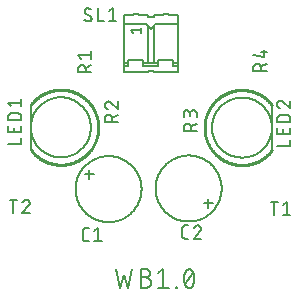
<source format=gbr>
G04 EAGLE Gerber RS-274X export*
G75*
%MOMM*%
%FSLAX34Y34*%
%LPD*%
%INSilkscreen Top*%
%IPPOS*%
%AMOC8*
5,1,8,0,0,1.08239X$1,22.5*%
G01*
%ADD10C,0.203200*%
%ADD11C,0.152400*%
%ADD12C,0.254000*%
%ADD13C,0.127000*%


D10*
X97536Y24384D02*
X101036Y8636D01*
X104535Y19135D01*
X108035Y8636D01*
X111534Y24384D01*
X118651Y17385D02*
X123025Y17385D01*
X123025Y17384D02*
X123156Y17382D01*
X123287Y17376D01*
X123417Y17366D01*
X123547Y17353D01*
X123677Y17335D01*
X123806Y17314D01*
X123934Y17288D01*
X124062Y17259D01*
X124189Y17226D01*
X124314Y17190D01*
X124439Y17149D01*
X124562Y17105D01*
X124684Y17057D01*
X124804Y17006D01*
X124923Y16951D01*
X125040Y16892D01*
X125155Y16830D01*
X125268Y16765D01*
X125380Y16696D01*
X125489Y16624D01*
X125596Y16549D01*
X125701Y16470D01*
X125803Y16389D01*
X125903Y16304D01*
X126000Y16216D01*
X126095Y16126D01*
X126187Y16033D01*
X126276Y15937D01*
X126362Y15838D01*
X126445Y15737D01*
X126525Y15634D01*
X126602Y15528D01*
X126675Y15420D01*
X126746Y15309D01*
X126813Y15197D01*
X126877Y15083D01*
X126937Y14967D01*
X126994Y14849D01*
X127047Y14729D01*
X127097Y14608D01*
X127143Y14485D01*
X127185Y14362D01*
X127223Y14237D01*
X127258Y14110D01*
X127289Y13983D01*
X127317Y13855D01*
X127340Y13727D01*
X127359Y13597D01*
X127375Y13467D01*
X127387Y13337D01*
X127395Y13206D01*
X127399Y13075D01*
X127399Y12945D01*
X127395Y12814D01*
X127387Y12683D01*
X127375Y12553D01*
X127359Y12423D01*
X127340Y12293D01*
X127317Y12165D01*
X127289Y12037D01*
X127258Y11910D01*
X127223Y11783D01*
X127185Y11658D01*
X127143Y11535D01*
X127097Y11412D01*
X127047Y11291D01*
X126994Y11171D01*
X126937Y11053D01*
X126877Y10937D01*
X126813Y10823D01*
X126746Y10711D01*
X126675Y10600D01*
X126602Y10492D01*
X126525Y10386D01*
X126445Y10283D01*
X126362Y10182D01*
X126276Y10083D01*
X126187Y9987D01*
X126095Y9894D01*
X126000Y9804D01*
X125903Y9716D01*
X125803Y9631D01*
X125701Y9550D01*
X125596Y9471D01*
X125489Y9396D01*
X125380Y9324D01*
X125268Y9255D01*
X125155Y9190D01*
X125040Y9128D01*
X124923Y9069D01*
X124804Y9014D01*
X124684Y8963D01*
X124562Y8915D01*
X124439Y8871D01*
X124314Y8830D01*
X124189Y8794D01*
X124062Y8761D01*
X123934Y8732D01*
X123806Y8706D01*
X123677Y8685D01*
X123547Y8667D01*
X123417Y8654D01*
X123287Y8644D01*
X123156Y8638D01*
X123025Y8636D01*
X118651Y8636D01*
X118651Y24384D01*
X123025Y24384D01*
X123143Y24382D01*
X123261Y24376D01*
X123379Y24366D01*
X123496Y24352D01*
X123613Y24334D01*
X123730Y24312D01*
X123845Y24287D01*
X123959Y24257D01*
X124073Y24223D01*
X124185Y24186D01*
X124296Y24145D01*
X124405Y24100D01*
X124513Y24052D01*
X124619Y24000D01*
X124724Y23944D01*
X124826Y23885D01*
X124926Y23823D01*
X125024Y23757D01*
X125120Y23688D01*
X125214Y23615D01*
X125305Y23540D01*
X125393Y23461D01*
X125479Y23380D01*
X125562Y23295D01*
X125642Y23208D01*
X125719Y23119D01*
X125793Y23026D01*
X125863Y22932D01*
X125931Y22835D01*
X125995Y22735D01*
X126056Y22634D01*
X126113Y22531D01*
X126167Y22425D01*
X126218Y22318D01*
X126264Y22210D01*
X126307Y22100D01*
X126346Y21988D01*
X126382Y21875D01*
X126413Y21761D01*
X126441Y21646D01*
X126465Y21531D01*
X126485Y21414D01*
X126501Y21297D01*
X126513Y21179D01*
X126521Y21061D01*
X126525Y20943D01*
X126525Y20825D01*
X126521Y20707D01*
X126513Y20589D01*
X126501Y20471D01*
X126485Y20354D01*
X126465Y20237D01*
X126441Y20122D01*
X126413Y20007D01*
X126382Y19893D01*
X126346Y19780D01*
X126307Y19668D01*
X126264Y19558D01*
X126218Y19450D01*
X126167Y19343D01*
X126113Y19237D01*
X126056Y19134D01*
X125995Y19033D01*
X125931Y18933D01*
X125863Y18836D01*
X125793Y18742D01*
X125719Y18649D01*
X125642Y18560D01*
X125562Y18473D01*
X125479Y18388D01*
X125393Y18307D01*
X125305Y18228D01*
X125214Y18153D01*
X125120Y18080D01*
X125024Y18011D01*
X124926Y17945D01*
X124826Y17883D01*
X124724Y17824D01*
X124619Y17768D01*
X124513Y17716D01*
X124405Y17668D01*
X124296Y17623D01*
X124185Y17582D01*
X124073Y17545D01*
X123959Y17511D01*
X123845Y17481D01*
X123730Y17456D01*
X123613Y17434D01*
X123496Y17416D01*
X123379Y17402D01*
X123261Y17392D01*
X123143Y17386D01*
X123025Y17384D01*
X133507Y20884D02*
X137882Y24384D01*
X137882Y8636D01*
X142256Y8636D02*
X133507Y8636D01*
X148386Y8636D02*
X148386Y9511D01*
X149261Y9511D01*
X149261Y8636D01*
X148386Y8636D01*
X155391Y16510D02*
X155395Y16820D01*
X155406Y17129D01*
X155424Y17439D01*
X155450Y17747D01*
X155483Y18055D01*
X155524Y18363D01*
X155572Y18669D01*
X155627Y18974D01*
X155689Y19277D01*
X155759Y19579D01*
X155836Y19879D01*
X155920Y20177D01*
X156011Y20473D01*
X156109Y20767D01*
X156214Y21059D01*
X156326Y21348D01*
X156445Y21634D01*
X156571Y21917D01*
X156703Y22197D01*
X156741Y22302D01*
X156783Y22405D01*
X156828Y22507D01*
X156876Y22608D01*
X156928Y22706D01*
X156984Y22803D01*
X157042Y22898D01*
X157104Y22991D01*
X157169Y23081D01*
X157238Y23169D01*
X157309Y23255D01*
X157383Y23339D01*
X157460Y23419D01*
X157539Y23498D01*
X157622Y23573D01*
X157707Y23645D01*
X157794Y23715D01*
X157884Y23781D01*
X157975Y23844D01*
X158069Y23904D01*
X158165Y23961D01*
X158263Y24015D01*
X158363Y24065D01*
X158464Y24111D01*
X158567Y24154D01*
X158672Y24194D01*
X158777Y24230D01*
X158884Y24262D01*
X158992Y24290D01*
X159101Y24315D01*
X159210Y24336D01*
X159320Y24353D01*
X159431Y24367D01*
X159542Y24376D01*
X159653Y24382D01*
X159765Y24384D01*
X159877Y24382D01*
X159988Y24376D01*
X160099Y24367D01*
X160210Y24353D01*
X160320Y24336D01*
X160430Y24315D01*
X160538Y24290D01*
X160646Y24262D01*
X160753Y24230D01*
X160858Y24194D01*
X160963Y24154D01*
X161066Y24111D01*
X161167Y24065D01*
X161267Y24015D01*
X161365Y23961D01*
X161461Y23904D01*
X161555Y23844D01*
X161646Y23781D01*
X161736Y23715D01*
X161823Y23645D01*
X161908Y23573D01*
X161991Y23498D01*
X162070Y23419D01*
X162147Y23339D01*
X162221Y23255D01*
X162292Y23169D01*
X162361Y23081D01*
X162426Y22991D01*
X162488Y22898D01*
X162546Y22803D01*
X162602Y22706D01*
X162654Y22608D01*
X162702Y22507D01*
X162747Y22405D01*
X162789Y22302D01*
X162827Y22197D01*
X162828Y22197D02*
X162960Y21917D01*
X163086Y21633D01*
X163205Y21347D01*
X163317Y21058D01*
X163422Y20767D01*
X163520Y20473D01*
X163611Y20177D01*
X163695Y19879D01*
X163772Y19579D01*
X163842Y19277D01*
X163904Y18973D01*
X163959Y18669D01*
X164007Y18363D01*
X164048Y18055D01*
X164081Y17747D01*
X164107Y17439D01*
X164125Y17129D01*
X164136Y16820D01*
X164140Y16510D01*
X155391Y16510D02*
X155395Y16200D01*
X155406Y15891D01*
X155424Y15581D01*
X155450Y15273D01*
X155483Y14965D01*
X155524Y14657D01*
X155572Y14351D01*
X155627Y14046D01*
X155689Y13743D01*
X155759Y13441D01*
X155836Y13141D01*
X155920Y12843D01*
X156011Y12547D01*
X156109Y12253D01*
X156214Y11961D01*
X156326Y11672D01*
X156445Y11386D01*
X156571Y11103D01*
X156703Y10823D01*
X156741Y10718D01*
X156783Y10615D01*
X156828Y10513D01*
X156876Y10412D01*
X156928Y10314D01*
X156984Y10217D01*
X157042Y10122D01*
X157104Y10029D01*
X157169Y9939D01*
X157238Y9851D01*
X157309Y9765D01*
X157383Y9681D01*
X157460Y9601D01*
X157539Y9522D01*
X157622Y9447D01*
X157707Y9375D01*
X157794Y9305D01*
X157884Y9239D01*
X157975Y9176D01*
X158069Y9116D01*
X158165Y9059D01*
X158263Y9005D01*
X158363Y8955D01*
X158464Y8909D01*
X158567Y8866D01*
X158672Y8826D01*
X158777Y8790D01*
X158884Y8758D01*
X158992Y8730D01*
X159101Y8705D01*
X159210Y8684D01*
X159320Y8667D01*
X159431Y8653D01*
X159542Y8644D01*
X159653Y8638D01*
X159765Y8636D01*
X162828Y10823D02*
X162960Y11103D01*
X163086Y11386D01*
X163205Y11672D01*
X163317Y11961D01*
X163422Y12253D01*
X163520Y12547D01*
X163611Y12843D01*
X163695Y13141D01*
X163772Y13441D01*
X163842Y13743D01*
X163904Y14046D01*
X163959Y14351D01*
X164007Y14657D01*
X164048Y14965D01*
X164081Y15273D01*
X164107Y15581D01*
X164125Y15891D01*
X164136Y16200D01*
X164140Y16510D01*
X162827Y10823D02*
X162789Y10718D01*
X162747Y10615D01*
X162702Y10513D01*
X162654Y10412D01*
X162602Y10314D01*
X162546Y10217D01*
X162488Y10122D01*
X162426Y10029D01*
X162361Y9939D01*
X162292Y9851D01*
X162221Y9765D01*
X162147Y9681D01*
X162070Y9601D01*
X161991Y9522D01*
X161908Y9447D01*
X161823Y9375D01*
X161736Y9305D01*
X161646Y9239D01*
X161555Y9176D01*
X161461Y9116D01*
X161365Y9059D01*
X161267Y9005D01*
X161167Y8955D01*
X161066Y8909D01*
X160963Y8866D01*
X160858Y8826D01*
X160753Y8790D01*
X160646Y8758D01*
X160538Y8730D01*
X160429Y8705D01*
X160320Y8684D01*
X160210Y8667D01*
X160099Y8653D01*
X159988Y8644D01*
X159877Y8638D01*
X159765Y8636D01*
X156266Y12136D02*
X163265Y20884D01*
D11*
X74930Y104902D02*
X71120Y104902D01*
X74930Y104902D02*
X74930Y101092D01*
X74930Y104902D02*
X78740Y104902D01*
X74930Y104902D02*
X74930Y108712D01*
X63500Y92202D02*
X63508Y92888D01*
X63534Y93573D01*
X63576Y94257D01*
X63635Y94941D01*
X63710Y95622D01*
X63802Y96302D01*
X63911Y96979D01*
X64037Y97653D01*
X64179Y98324D01*
X64337Y98991D01*
X64512Y99654D01*
X64703Y100313D01*
X64910Y100966D01*
X65133Y101615D01*
X65372Y102257D01*
X65627Y102894D01*
X65897Y103524D01*
X66183Y104148D01*
X66483Y104764D01*
X66799Y105373D01*
X67130Y105974D01*
X67475Y106566D01*
X67835Y107150D01*
X68209Y107725D01*
X68597Y108290D01*
X68998Y108846D01*
X69414Y109392D01*
X69842Y109927D01*
X70284Y110452D01*
X70738Y110965D01*
X71205Y111468D01*
X71683Y111959D01*
X72174Y112437D01*
X72677Y112904D01*
X73190Y113358D01*
X73715Y113800D01*
X74250Y114228D01*
X74796Y114644D01*
X75352Y115045D01*
X75917Y115433D01*
X76492Y115807D01*
X77076Y116167D01*
X77668Y116512D01*
X78269Y116843D01*
X78878Y117159D01*
X79494Y117459D01*
X80118Y117745D01*
X80748Y118015D01*
X81385Y118270D01*
X82027Y118509D01*
X82676Y118732D01*
X83329Y118939D01*
X83988Y119130D01*
X84651Y119305D01*
X85318Y119463D01*
X85989Y119605D01*
X86663Y119731D01*
X87340Y119840D01*
X88020Y119932D01*
X88701Y120007D01*
X89385Y120066D01*
X90069Y120108D01*
X90754Y120134D01*
X91440Y120142D01*
X92126Y120134D01*
X92811Y120108D01*
X93495Y120066D01*
X94179Y120007D01*
X94860Y119932D01*
X95540Y119840D01*
X96217Y119731D01*
X96891Y119605D01*
X97562Y119463D01*
X98229Y119305D01*
X98892Y119130D01*
X99551Y118939D01*
X100204Y118732D01*
X100853Y118509D01*
X101495Y118270D01*
X102132Y118015D01*
X102762Y117745D01*
X103386Y117459D01*
X104002Y117159D01*
X104611Y116843D01*
X105212Y116512D01*
X105804Y116167D01*
X106388Y115807D01*
X106963Y115433D01*
X107528Y115045D01*
X108084Y114644D01*
X108630Y114228D01*
X109165Y113800D01*
X109690Y113358D01*
X110203Y112904D01*
X110706Y112437D01*
X111197Y111959D01*
X111675Y111468D01*
X112142Y110965D01*
X112596Y110452D01*
X113038Y109927D01*
X113466Y109392D01*
X113882Y108846D01*
X114283Y108290D01*
X114671Y107725D01*
X115045Y107150D01*
X115405Y106566D01*
X115750Y105974D01*
X116081Y105373D01*
X116397Y104764D01*
X116697Y104148D01*
X116983Y103524D01*
X117253Y102894D01*
X117508Y102257D01*
X117747Y101615D01*
X117970Y100966D01*
X118177Y100313D01*
X118368Y99654D01*
X118543Y98991D01*
X118701Y98324D01*
X118843Y97653D01*
X118969Y96979D01*
X119078Y96302D01*
X119170Y95622D01*
X119245Y94941D01*
X119304Y94257D01*
X119346Y93573D01*
X119372Y92888D01*
X119380Y92202D01*
X119372Y91516D01*
X119346Y90831D01*
X119304Y90147D01*
X119245Y89463D01*
X119170Y88782D01*
X119078Y88102D01*
X118969Y87425D01*
X118843Y86751D01*
X118701Y86080D01*
X118543Y85413D01*
X118368Y84750D01*
X118177Y84091D01*
X117970Y83438D01*
X117747Y82789D01*
X117508Y82147D01*
X117253Y81510D01*
X116983Y80880D01*
X116697Y80256D01*
X116397Y79640D01*
X116081Y79031D01*
X115750Y78430D01*
X115405Y77838D01*
X115045Y77254D01*
X114671Y76679D01*
X114283Y76114D01*
X113882Y75558D01*
X113466Y75012D01*
X113038Y74477D01*
X112596Y73952D01*
X112142Y73439D01*
X111675Y72936D01*
X111197Y72445D01*
X110706Y71967D01*
X110203Y71500D01*
X109690Y71046D01*
X109165Y70604D01*
X108630Y70176D01*
X108084Y69760D01*
X107528Y69359D01*
X106963Y68971D01*
X106388Y68597D01*
X105804Y68237D01*
X105212Y67892D01*
X104611Y67561D01*
X104002Y67245D01*
X103386Y66945D01*
X102762Y66659D01*
X102132Y66389D01*
X101495Y66134D01*
X100853Y65895D01*
X100204Y65672D01*
X99551Y65465D01*
X98892Y65274D01*
X98229Y65099D01*
X97562Y64941D01*
X96891Y64799D01*
X96217Y64673D01*
X95540Y64564D01*
X94860Y64472D01*
X94179Y64397D01*
X93495Y64338D01*
X92811Y64296D01*
X92126Y64270D01*
X91440Y64262D01*
X90754Y64270D01*
X90069Y64296D01*
X89385Y64338D01*
X88701Y64397D01*
X88020Y64472D01*
X87340Y64564D01*
X86663Y64673D01*
X85989Y64799D01*
X85318Y64941D01*
X84651Y65099D01*
X83988Y65274D01*
X83329Y65465D01*
X82676Y65672D01*
X82027Y65895D01*
X81385Y66134D01*
X80748Y66389D01*
X80118Y66659D01*
X79494Y66945D01*
X78878Y67245D01*
X78269Y67561D01*
X77668Y67892D01*
X77076Y68237D01*
X76492Y68597D01*
X75917Y68971D01*
X75352Y69359D01*
X74796Y69760D01*
X74250Y70176D01*
X73715Y70604D01*
X73190Y71046D01*
X72677Y71500D01*
X72174Y71967D01*
X71683Y72445D01*
X71205Y72936D01*
X70738Y73439D01*
X70284Y73952D01*
X69842Y74477D01*
X69414Y75012D01*
X68998Y75558D01*
X68597Y76114D01*
X68209Y76679D01*
X67835Y77254D01*
X67475Y77838D01*
X67130Y78430D01*
X66799Y79031D01*
X66483Y79640D01*
X66183Y80256D01*
X65897Y80880D01*
X65627Y81510D01*
X65372Y82147D01*
X65133Y82789D01*
X64910Y83438D01*
X64703Y84091D01*
X64512Y84750D01*
X64337Y85413D01*
X64179Y86080D01*
X64037Y86751D01*
X63911Y87425D01*
X63802Y88102D01*
X63710Y88782D01*
X63635Y89463D01*
X63576Y90147D01*
X63534Y90831D01*
X63508Y91516D01*
X63500Y92202D01*
X72306Y48260D02*
X74790Y48260D01*
X72306Y48260D02*
X72208Y48262D01*
X72111Y48268D01*
X72014Y48277D01*
X71917Y48291D01*
X71821Y48308D01*
X71726Y48329D01*
X71632Y48353D01*
X71538Y48382D01*
X71446Y48414D01*
X71355Y48449D01*
X71266Y48488D01*
X71178Y48531D01*
X71092Y48577D01*
X71008Y48626D01*
X70926Y48679D01*
X70846Y48734D01*
X70768Y48793D01*
X70693Y48855D01*
X70620Y48920D01*
X70550Y48988D01*
X70482Y49058D01*
X70417Y49131D01*
X70355Y49206D01*
X70296Y49284D01*
X70241Y49364D01*
X70188Y49446D01*
X70139Y49530D01*
X70093Y49616D01*
X70050Y49704D01*
X70011Y49793D01*
X69976Y49884D01*
X69944Y49976D01*
X69915Y50070D01*
X69891Y50164D01*
X69870Y50259D01*
X69853Y50355D01*
X69839Y50452D01*
X69830Y50549D01*
X69824Y50646D01*
X69822Y50744D01*
X69823Y50744D02*
X69823Y56952D01*
X69822Y56952D02*
X69824Y57050D01*
X69830Y57147D01*
X69839Y57244D01*
X69853Y57341D01*
X69870Y57437D01*
X69891Y57532D01*
X69915Y57626D01*
X69944Y57720D01*
X69976Y57812D01*
X70011Y57903D01*
X70050Y57992D01*
X70093Y58080D01*
X70139Y58166D01*
X70188Y58250D01*
X70241Y58332D01*
X70296Y58412D01*
X70355Y58490D01*
X70417Y58565D01*
X70482Y58638D01*
X70550Y58708D01*
X70620Y58776D01*
X70693Y58841D01*
X70768Y58903D01*
X70846Y58962D01*
X70926Y59017D01*
X71008Y59070D01*
X71092Y59119D01*
X71178Y59165D01*
X71266Y59208D01*
X71355Y59247D01*
X71446Y59282D01*
X71538Y59314D01*
X71632Y59343D01*
X71726Y59367D01*
X71821Y59388D01*
X71917Y59405D01*
X72014Y59419D01*
X72111Y59428D01*
X72208Y59434D01*
X72306Y59436D01*
X74790Y59436D01*
X79389Y56952D02*
X82494Y59436D01*
X82494Y48260D01*
X85598Y48260D02*
X79389Y48260D01*
X175768Y80010D02*
X179578Y80010D01*
X175768Y80010D02*
X175768Y83820D01*
X175768Y80010D02*
X171958Y80010D01*
X175768Y80010D02*
X175768Y76200D01*
X131318Y92710D02*
X131326Y93396D01*
X131352Y94081D01*
X131394Y94765D01*
X131453Y95449D01*
X131528Y96130D01*
X131620Y96810D01*
X131729Y97487D01*
X131855Y98161D01*
X131997Y98832D01*
X132155Y99499D01*
X132330Y100162D01*
X132521Y100821D01*
X132728Y101474D01*
X132951Y102123D01*
X133190Y102765D01*
X133445Y103402D01*
X133715Y104032D01*
X134001Y104656D01*
X134301Y105272D01*
X134617Y105881D01*
X134948Y106482D01*
X135293Y107074D01*
X135653Y107658D01*
X136027Y108233D01*
X136415Y108798D01*
X136816Y109354D01*
X137232Y109900D01*
X137660Y110435D01*
X138102Y110960D01*
X138556Y111473D01*
X139023Y111976D01*
X139501Y112467D01*
X139992Y112945D01*
X140495Y113412D01*
X141008Y113866D01*
X141533Y114308D01*
X142068Y114736D01*
X142614Y115152D01*
X143170Y115553D01*
X143735Y115941D01*
X144310Y116315D01*
X144894Y116675D01*
X145486Y117020D01*
X146087Y117351D01*
X146696Y117667D01*
X147312Y117967D01*
X147936Y118253D01*
X148566Y118523D01*
X149203Y118778D01*
X149845Y119017D01*
X150494Y119240D01*
X151147Y119447D01*
X151806Y119638D01*
X152469Y119813D01*
X153136Y119971D01*
X153807Y120113D01*
X154481Y120239D01*
X155158Y120348D01*
X155838Y120440D01*
X156519Y120515D01*
X157203Y120574D01*
X157887Y120616D01*
X158572Y120642D01*
X159258Y120650D01*
X159944Y120642D01*
X160629Y120616D01*
X161313Y120574D01*
X161997Y120515D01*
X162678Y120440D01*
X163358Y120348D01*
X164035Y120239D01*
X164709Y120113D01*
X165380Y119971D01*
X166047Y119813D01*
X166710Y119638D01*
X167369Y119447D01*
X168022Y119240D01*
X168671Y119017D01*
X169313Y118778D01*
X169950Y118523D01*
X170580Y118253D01*
X171204Y117967D01*
X171820Y117667D01*
X172429Y117351D01*
X173030Y117020D01*
X173622Y116675D01*
X174206Y116315D01*
X174781Y115941D01*
X175346Y115553D01*
X175902Y115152D01*
X176448Y114736D01*
X176983Y114308D01*
X177508Y113866D01*
X178021Y113412D01*
X178524Y112945D01*
X179015Y112467D01*
X179493Y111976D01*
X179960Y111473D01*
X180414Y110960D01*
X180856Y110435D01*
X181284Y109900D01*
X181700Y109354D01*
X182101Y108798D01*
X182489Y108233D01*
X182863Y107658D01*
X183223Y107074D01*
X183568Y106482D01*
X183899Y105881D01*
X184215Y105272D01*
X184515Y104656D01*
X184801Y104032D01*
X185071Y103402D01*
X185326Y102765D01*
X185565Y102123D01*
X185788Y101474D01*
X185995Y100821D01*
X186186Y100162D01*
X186361Y99499D01*
X186519Y98832D01*
X186661Y98161D01*
X186787Y97487D01*
X186896Y96810D01*
X186988Y96130D01*
X187063Y95449D01*
X187122Y94765D01*
X187164Y94081D01*
X187190Y93396D01*
X187198Y92710D01*
X187190Y92024D01*
X187164Y91339D01*
X187122Y90655D01*
X187063Y89971D01*
X186988Y89290D01*
X186896Y88610D01*
X186787Y87933D01*
X186661Y87259D01*
X186519Y86588D01*
X186361Y85921D01*
X186186Y85258D01*
X185995Y84599D01*
X185788Y83946D01*
X185565Y83297D01*
X185326Y82655D01*
X185071Y82018D01*
X184801Y81388D01*
X184515Y80764D01*
X184215Y80148D01*
X183899Y79539D01*
X183568Y78938D01*
X183223Y78346D01*
X182863Y77762D01*
X182489Y77187D01*
X182101Y76622D01*
X181700Y76066D01*
X181284Y75520D01*
X180856Y74985D01*
X180414Y74460D01*
X179960Y73947D01*
X179493Y73444D01*
X179015Y72953D01*
X178524Y72475D01*
X178021Y72008D01*
X177508Y71554D01*
X176983Y71112D01*
X176448Y70684D01*
X175902Y70268D01*
X175346Y69867D01*
X174781Y69479D01*
X174206Y69105D01*
X173622Y68745D01*
X173030Y68400D01*
X172429Y68069D01*
X171820Y67753D01*
X171204Y67453D01*
X170580Y67167D01*
X169950Y66897D01*
X169313Y66642D01*
X168671Y66403D01*
X168022Y66180D01*
X167369Y65973D01*
X166710Y65782D01*
X166047Y65607D01*
X165380Y65449D01*
X164709Y65307D01*
X164035Y65181D01*
X163358Y65072D01*
X162678Y64980D01*
X161997Y64905D01*
X161313Y64846D01*
X160629Y64804D01*
X159944Y64778D01*
X159258Y64770D01*
X158572Y64778D01*
X157887Y64804D01*
X157203Y64846D01*
X156519Y64905D01*
X155838Y64980D01*
X155158Y65072D01*
X154481Y65181D01*
X153807Y65307D01*
X153136Y65449D01*
X152469Y65607D01*
X151806Y65782D01*
X151147Y65973D01*
X150494Y66180D01*
X149845Y66403D01*
X149203Y66642D01*
X148566Y66897D01*
X147936Y67167D01*
X147312Y67453D01*
X146696Y67753D01*
X146087Y68069D01*
X145486Y68400D01*
X144894Y68745D01*
X144310Y69105D01*
X143735Y69479D01*
X143170Y69867D01*
X142614Y70268D01*
X142068Y70684D01*
X141533Y71112D01*
X141008Y71554D01*
X140495Y72008D01*
X139992Y72475D01*
X139501Y72953D01*
X139023Y73444D01*
X138556Y73947D01*
X138102Y74460D01*
X137660Y74985D01*
X137232Y75520D01*
X136816Y76066D01*
X136415Y76622D01*
X136027Y77187D01*
X135653Y77762D01*
X135293Y78346D01*
X134948Y78938D01*
X134617Y79539D01*
X134301Y80148D01*
X134001Y80764D01*
X133715Y81388D01*
X133445Y82018D01*
X133190Y82655D01*
X132951Y83297D01*
X132728Y83946D01*
X132521Y84599D01*
X132330Y85258D01*
X132155Y85921D01*
X131997Y86588D01*
X131855Y87259D01*
X131729Y87933D01*
X131620Y88610D01*
X131528Y89290D01*
X131453Y89971D01*
X131394Y90655D01*
X131352Y91339D01*
X131326Y92024D01*
X131318Y92710D01*
X156408Y50292D02*
X158891Y50292D01*
X156408Y50292D02*
X156310Y50294D01*
X156213Y50300D01*
X156116Y50309D01*
X156019Y50323D01*
X155923Y50340D01*
X155828Y50361D01*
X155734Y50385D01*
X155640Y50414D01*
X155548Y50446D01*
X155457Y50481D01*
X155368Y50520D01*
X155280Y50563D01*
X155194Y50609D01*
X155110Y50658D01*
X155028Y50711D01*
X154948Y50766D01*
X154870Y50825D01*
X154795Y50887D01*
X154722Y50952D01*
X154652Y51020D01*
X154584Y51090D01*
X154519Y51163D01*
X154457Y51238D01*
X154398Y51316D01*
X154343Y51396D01*
X154290Y51478D01*
X154241Y51562D01*
X154195Y51648D01*
X154152Y51736D01*
X154113Y51825D01*
X154078Y51916D01*
X154046Y52008D01*
X154017Y52102D01*
X153993Y52196D01*
X153972Y52291D01*
X153955Y52387D01*
X153941Y52484D01*
X153932Y52581D01*
X153926Y52678D01*
X153924Y52776D01*
X153924Y58984D01*
X153926Y59082D01*
X153932Y59179D01*
X153941Y59276D01*
X153955Y59373D01*
X153972Y59469D01*
X153993Y59564D01*
X154017Y59658D01*
X154046Y59752D01*
X154078Y59844D01*
X154113Y59935D01*
X154152Y60024D01*
X154195Y60112D01*
X154241Y60198D01*
X154290Y60282D01*
X154343Y60364D01*
X154398Y60444D01*
X154457Y60522D01*
X154519Y60597D01*
X154584Y60670D01*
X154652Y60740D01*
X154722Y60808D01*
X154795Y60873D01*
X154870Y60935D01*
X154948Y60994D01*
X155028Y61049D01*
X155110Y61102D01*
X155194Y61151D01*
X155280Y61197D01*
X155368Y61240D01*
X155457Y61279D01*
X155548Y61314D01*
X155640Y61346D01*
X155734Y61375D01*
X155828Y61399D01*
X155923Y61420D01*
X156019Y61437D01*
X156116Y61451D01*
X156213Y61460D01*
X156310Y61466D01*
X156408Y61468D01*
X158891Y61468D01*
X166905Y61468D02*
X167009Y61466D01*
X167114Y61460D01*
X167218Y61450D01*
X167321Y61437D01*
X167424Y61419D01*
X167527Y61398D01*
X167628Y61373D01*
X167729Y61344D01*
X167828Y61311D01*
X167926Y61275D01*
X168022Y61235D01*
X168117Y61191D01*
X168211Y61144D01*
X168302Y61094D01*
X168391Y61040D01*
X168479Y60983D01*
X168564Y60922D01*
X168647Y60858D01*
X168727Y60792D01*
X168805Y60722D01*
X168881Y60650D01*
X168953Y60574D01*
X169023Y60496D01*
X169089Y60416D01*
X169153Y60333D01*
X169214Y60248D01*
X169271Y60160D01*
X169325Y60071D01*
X169375Y59980D01*
X169422Y59886D01*
X169466Y59791D01*
X169506Y59695D01*
X169542Y59597D01*
X169575Y59498D01*
X169604Y59397D01*
X169629Y59296D01*
X169650Y59193D01*
X169668Y59090D01*
X169681Y58987D01*
X169691Y58883D01*
X169697Y58778D01*
X169699Y58674D01*
X166905Y61469D02*
X166786Y61467D01*
X166668Y61461D01*
X166549Y61451D01*
X166431Y61438D01*
X166314Y61420D01*
X166197Y61398D01*
X166081Y61373D01*
X165966Y61344D01*
X165851Y61311D01*
X165738Y61274D01*
X165627Y61234D01*
X165516Y61190D01*
X165408Y61142D01*
X165301Y61091D01*
X165195Y61036D01*
X165092Y60977D01*
X164990Y60916D01*
X164891Y60851D01*
X164793Y60782D01*
X164699Y60711D01*
X164606Y60636D01*
X164516Y60559D01*
X164429Y60478D01*
X164344Y60395D01*
X164262Y60309D01*
X164183Y60220D01*
X164107Y60129D01*
X164034Y60035D01*
X163965Y59939D01*
X163898Y59840D01*
X163835Y59740D01*
X163775Y59637D01*
X163718Y59533D01*
X163666Y59426D01*
X163616Y59318D01*
X163570Y59209D01*
X163528Y59097D01*
X163490Y58985D01*
X168768Y56501D02*
X168843Y56575D01*
X168915Y56652D01*
X168985Y56731D01*
X169052Y56813D01*
X169116Y56897D01*
X169177Y56983D01*
X169235Y57071D01*
X169290Y57162D01*
X169342Y57254D01*
X169390Y57348D01*
X169435Y57443D01*
X169477Y57541D01*
X169515Y57639D01*
X169550Y57739D01*
X169581Y57840D01*
X169608Y57942D01*
X169632Y58045D01*
X169653Y58148D01*
X169669Y58253D01*
X169682Y58358D01*
X169692Y58463D01*
X169697Y58568D01*
X169699Y58674D01*
X168768Y56501D02*
X163491Y50292D01*
X169699Y50292D01*
D10*
X25654Y125476D02*
X25654Y163576D01*
D12*
X26128Y164192D01*
X26617Y164797D01*
X27121Y165389D01*
X27639Y165969D01*
X28171Y166536D01*
X28717Y167090D01*
X29276Y167630D01*
X29849Y168156D01*
X30434Y168669D01*
X31031Y169166D01*
X31640Y169649D01*
X32261Y170117D01*
X32894Y170570D01*
X33537Y171007D01*
X34191Y171428D01*
X34855Y171832D01*
X35528Y172221D01*
X36211Y172593D01*
X36903Y172948D01*
X37603Y173286D01*
X38311Y173607D01*
X39027Y173910D01*
X39751Y174196D01*
X40480Y174464D01*
X41217Y174714D01*
X41959Y174945D01*
X42707Y175159D01*
X43459Y175354D01*
X44217Y175531D01*
X44978Y175689D01*
X45743Y175829D01*
X46511Y175949D01*
X47282Y176051D01*
X48055Y176134D01*
X48830Y176198D01*
X49606Y176243D01*
X50383Y176269D01*
X51161Y176276D01*
X51938Y176264D01*
X52715Y176233D01*
X53491Y176182D01*
X54266Y176113D01*
X55038Y176025D01*
X55808Y175918D01*
X56576Y175792D01*
X57340Y175648D01*
X58100Y175484D01*
X58856Y175302D01*
X59607Y175102D01*
X60354Y174884D01*
X61094Y174647D01*
X61829Y174392D01*
X62557Y174119D01*
X63278Y173828D01*
X63992Y173520D01*
X64698Y173195D01*
X65396Y172852D01*
X66086Y172492D01*
X66766Y172116D01*
X67437Y171723D01*
X68098Y171313D01*
X68749Y170888D01*
X69389Y170447D01*
X70018Y169990D01*
X70636Y169518D01*
X71242Y169031D01*
X71836Y168529D01*
X72418Y168013D01*
X72987Y167483D01*
X73542Y166939D01*
X74085Y166381D01*
X74613Y165811D01*
X75127Y165228D01*
X75627Y164632D01*
X76112Y164024D01*
X76582Y163405D01*
X77036Y162774D01*
X77475Y162132D01*
X77899Y161480D01*
X78306Y160817D01*
X78697Y160145D01*
X79071Y159463D01*
X79428Y158773D01*
X79768Y158074D01*
X80092Y157366D01*
X80397Y156652D01*
X80686Y155929D01*
X80956Y155200D01*
X81208Y154465D01*
X81443Y153723D01*
X81659Y152976D01*
X81857Y152224D01*
X82036Y151468D01*
X82197Y150707D01*
X82339Y149943D01*
X82462Y149175D01*
X82566Y148404D01*
X82652Y147631D01*
X82718Y146857D01*
X82766Y146081D01*
X82794Y145304D01*
X82804Y144526D01*
X82794Y143748D01*
X82766Y142971D01*
X82718Y142195D01*
X82652Y141421D01*
X82566Y140648D01*
X82462Y139877D01*
X82339Y139109D01*
X82197Y138345D01*
X82036Y137584D01*
X81857Y136828D01*
X81659Y136076D01*
X81443Y135329D01*
X81208Y134587D01*
X80956Y133852D01*
X80686Y133123D01*
X80397Y132400D01*
X80092Y131686D01*
X79768Y130978D01*
X79428Y130279D01*
X79071Y129589D01*
X78697Y128907D01*
X78306Y128235D01*
X77899Y127572D01*
X77475Y126920D01*
X77036Y126278D01*
X76582Y125647D01*
X76112Y125028D01*
X75627Y124420D01*
X75127Y123824D01*
X74613Y123241D01*
X74085Y122671D01*
X73542Y122113D01*
X72987Y121569D01*
X72418Y121039D01*
X71836Y120523D01*
X71242Y120021D01*
X70636Y119534D01*
X70018Y119062D01*
X69389Y118605D01*
X68749Y118164D01*
X68098Y117739D01*
X67437Y117329D01*
X66766Y116936D01*
X66086Y116560D01*
X65396Y116200D01*
X64698Y115857D01*
X63992Y115532D01*
X63278Y115224D01*
X62557Y114933D01*
X61829Y114660D01*
X61094Y114405D01*
X60354Y114168D01*
X59607Y113950D01*
X58856Y113750D01*
X58100Y113568D01*
X57340Y113404D01*
X56576Y113260D01*
X55808Y113134D01*
X55038Y113027D01*
X54266Y112939D01*
X53491Y112870D01*
X52715Y112819D01*
X51938Y112788D01*
X51161Y112776D01*
X50383Y112783D01*
X49606Y112809D01*
X48830Y112854D01*
X48055Y112918D01*
X47282Y113001D01*
X46511Y113103D01*
X45743Y113223D01*
X44978Y113363D01*
X44217Y113521D01*
X43459Y113698D01*
X42707Y113893D01*
X41959Y114107D01*
X41217Y114338D01*
X40480Y114588D01*
X39751Y114856D01*
X39027Y115142D01*
X38311Y115445D01*
X37603Y115766D01*
X36903Y116104D01*
X36211Y116459D01*
X35528Y116831D01*
X34855Y117220D01*
X34191Y117624D01*
X33537Y118045D01*
X32894Y118482D01*
X32261Y118935D01*
X31640Y119403D01*
X31031Y119886D01*
X30434Y120383D01*
X29849Y120896D01*
X29276Y121422D01*
X28717Y121962D01*
X28171Y122516D01*
X27639Y123083D01*
X27121Y123663D01*
X26617Y124255D01*
X26128Y124860D01*
X25654Y125476D01*
D11*
X25654Y144526D02*
X25662Y145149D01*
X25685Y145772D01*
X25723Y146395D01*
X25776Y147016D01*
X25845Y147635D01*
X25929Y148253D01*
X26028Y148868D01*
X26142Y149481D01*
X26271Y150091D01*
X26415Y150698D01*
X26574Y151301D01*
X26748Y151899D01*
X26936Y152494D01*
X27139Y153083D01*
X27356Y153667D01*
X27587Y154246D01*
X27833Y154819D01*
X28093Y155386D01*
X28366Y155946D01*
X28653Y156499D01*
X28954Y157046D01*
X29268Y157584D01*
X29595Y158115D01*
X29935Y158637D01*
X30287Y159152D01*
X30653Y159657D01*
X31030Y160153D01*
X31420Y160640D01*
X31821Y161117D01*
X32234Y161584D01*
X32658Y162040D01*
X33093Y162487D01*
X33540Y162922D01*
X33996Y163346D01*
X34463Y163759D01*
X34940Y164160D01*
X35427Y164550D01*
X35923Y164927D01*
X36428Y165293D01*
X36943Y165645D01*
X37465Y165985D01*
X37996Y166312D01*
X38534Y166626D01*
X39081Y166927D01*
X39634Y167214D01*
X40194Y167487D01*
X40761Y167747D01*
X41334Y167993D01*
X41913Y168224D01*
X42497Y168441D01*
X43086Y168644D01*
X43681Y168832D01*
X44279Y169006D01*
X44882Y169165D01*
X45489Y169309D01*
X46099Y169438D01*
X46712Y169552D01*
X47327Y169651D01*
X47945Y169735D01*
X48564Y169804D01*
X49185Y169857D01*
X49808Y169895D01*
X50431Y169918D01*
X51054Y169926D01*
X51677Y169918D01*
X52300Y169895D01*
X52923Y169857D01*
X53544Y169804D01*
X54163Y169735D01*
X54781Y169651D01*
X55396Y169552D01*
X56009Y169438D01*
X56619Y169309D01*
X57226Y169165D01*
X57829Y169006D01*
X58427Y168832D01*
X59022Y168644D01*
X59611Y168441D01*
X60195Y168224D01*
X60774Y167993D01*
X61347Y167747D01*
X61914Y167487D01*
X62474Y167214D01*
X63027Y166927D01*
X63574Y166626D01*
X64112Y166312D01*
X64643Y165985D01*
X65165Y165645D01*
X65680Y165293D01*
X66185Y164927D01*
X66681Y164550D01*
X67168Y164160D01*
X67645Y163759D01*
X68112Y163346D01*
X68568Y162922D01*
X69015Y162487D01*
X69450Y162040D01*
X69874Y161584D01*
X70287Y161117D01*
X70688Y160640D01*
X71078Y160153D01*
X71455Y159657D01*
X71821Y159152D01*
X72173Y158637D01*
X72513Y158115D01*
X72840Y157584D01*
X73154Y157046D01*
X73455Y156499D01*
X73742Y155946D01*
X74015Y155386D01*
X74275Y154819D01*
X74521Y154246D01*
X74752Y153667D01*
X74969Y153083D01*
X75172Y152494D01*
X75360Y151899D01*
X75534Y151301D01*
X75693Y150698D01*
X75837Y150091D01*
X75966Y149481D01*
X76080Y148868D01*
X76179Y148253D01*
X76263Y147635D01*
X76332Y147016D01*
X76385Y146395D01*
X76423Y145772D01*
X76446Y145149D01*
X76454Y144526D01*
X76446Y143903D01*
X76423Y143280D01*
X76385Y142657D01*
X76332Y142036D01*
X76263Y141417D01*
X76179Y140799D01*
X76080Y140184D01*
X75966Y139571D01*
X75837Y138961D01*
X75693Y138354D01*
X75534Y137751D01*
X75360Y137153D01*
X75172Y136558D01*
X74969Y135969D01*
X74752Y135385D01*
X74521Y134806D01*
X74275Y134233D01*
X74015Y133666D01*
X73742Y133106D01*
X73455Y132553D01*
X73154Y132006D01*
X72840Y131468D01*
X72513Y130937D01*
X72173Y130415D01*
X71821Y129900D01*
X71455Y129395D01*
X71078Y128899D01*
X70688Y128412D01*
X70287Y127935D01*
X69874Y127468D01*
X69450Y127012D01*
X69015Y126565D01*
X68568Y126130D01*
X68112Y125706D01*
X67645Y125293D01*
X67168Y124892D01*
X66681Y124502D01*
X66185Y124125D01*
X65680Y123759D01*
X65165Y123407D01*
X64643Y123067D01*
X64112Y122740D01*
X63574Y122426D01*
X63027Y122125D01*
X62474Y121838D01*
X61914Y121565D01*
X61347Y121305D01*
X60774Y121059D01*
X60195Y120828D01*
X59611Y120611D01*
X59022Y120408D01*
X58427Y120220D01*
X57829Y120046D01*
X57226Y119887D01*
X56619Y119743D01*
X56009Y119614D01*
X55396Y119500D01*
X54781Y119401D01*
X54163Y119317D01*
X53544Y119248D01*
X52923Y119195D01*
X52300Y119157D01*
X51677Y119134D01*
X51054Y119126D01*
X50431Y119134D01*
X49808Y119157D01*
X49185Y119195D01*
X48564Y119248D01*
X47945Y119317D01*
X47327Y119401D01*
X46712Y119500D01*
X46099Y119614D01*
X45489Y119743D01*
X44882Y119887D01*
X44279Y120046D01*
X43681Y120220D01*
X43086Y120408D01*
X42497Y120611D01*
X41913Y120828D01*
X41334Y121059D01*
X40761Y121305D01*
X40194Y121565D01*
X39634Y121838D01*
X39081Y122125D01*
X38534Y122426D01*
X37996Y122740D01*
X37465Y123067D01*
X36943Y123407D01*
X36428Y123759D01*
X35923Y124125D01*
X35427Y124502D01*
X34940Y124892D01*
X34463Y125293D01*
X33996Y125706D01*
X33540Y126130D01*
X33093Y126565D01*
X32658Y127012D01*
X32234Y127468D01*
X31821Y127935D01*
X31420Y128412D01*
X31030Y128899D01*
X30653Y129395D01*
X30287Y129900D01*
X29935Y130415D01*
X29595Y130937D01*
X29268Y131468D01*
X28954Y132006D01*
X28653Y132553D01*
X28366Y133106D01*
X28093Y133666D01*
X27833Y134233D01*
X27587Y134806D01*
X27356Y135385D01*
X27139Y135969D01*
X26936Y136558D01*
X26748Y137153D01*
X26574Y137751D01*
X26415Y138354D01*
X26271Y138961D01*
X26142Y139571D01*
X26028Y140184D01*
X25929Y140799D01*
X25845Y141417D01*
X25776Y142036D01*
X25723Y142657D01*
X25685Y143280D01*
X25662Y143903D01*
X25654Y144526D01*
X17526Y130598D02*
X6350Y130598D01*
X17526Y130598D02*
X17526Y135566D01*
X17526Y140504D02*
X17526Y145471D01*
X17526Y140504D02*
X6350Y140504D01*
X6350Y145471D01*
X11317Y144230D02*
X11317Y140504D01*
X6350Y150382D02*
X17526Y150382D01*
X6350Y150382D02*
X6350Y153487D01*
X6352Y153595D01*
X6358Y153704D01*
X6367Y153811D01*
X6380Y153919D01*
X6397Y154026D01*
X6418Y154132D01*
X6442Y154238D01*
X6470Y154343D01*
X6502Y154446D01*
X6537Y154549D01*
X6576Y154650D01*
X6618Y154750D01*
X6664Y154848D01*
X6713Y154944D01*
X6766Y155039D01*
X6822Y155132D01*
X6881Y155223D01*
X6943Y155311D01*
X7008Y155398D01*
X7076Y155482D01*
X7147Y155564D01*
X7221Y155643D01*
X7298Y155720D01*
X7377Y155794D01*
X7459Y155865D01*
X7543Y155933D01*
X7630Y155998D01*
X7718Y156060D01*
X7809Y156119D01*
X7902Y156175D01*
X7997Y156228D01*
X8093Y156277D01*
X8192Y156323D01*
X8291Y156365D01*
X8392Y156404D01*
X8495Y156439D01*
X8598Y156471D01*
X8703Y156499D01*
X8809Y156523D01*
X8915Y156544D01*
X9022Y156561D01*
X9130Y156574D01*
X9238Y156583D01*
X9346Y156589D01*
X9454Y156591D01*
X14422Y156591D01*
X14533Y156589D01*
X14643Y156583D01*
X14754Y156573D01*
X14864Y156559D01*
X14973Y156542D01*
X15082Y156520D01*
X15190Y156495D01*
X15296Y156465D01*
X15402Y156432D01*
X15507Y156395D01*
X15610Y156355D01*
X15711Y156310D01*
X15811Y156263D01*
X15910Y156211D01*
X16006Y156156D01*
X16100Y156098D01*
X16192Y156037D01*
X16282Y155972D01*
X16370Y155904D01*
X16455Y155833D01*
X16537Y155759D01*
X16617Y155682D01*
X16694Y155602D01*
X16768Y155520D01*
X16839Y155435D01*
X16907Y155347D01*
X16972Y155257D01*
X17033Y155165D01*
X17091Y155071D01*
X17146Y154975D01*
X17198Y154876D01*
X17245Y154776D01*
X17290Y154675D01*
X17330Y154572D01*
X17367Y154467D01*
X17400Y154361D01*
X17430Y154255D01*
X17455Y154147D01*
X17477Y154038D01*
X17494Y153929D01*
X17508Y153819D01*
X17518Y153708D01*
X17524Y153598D01*
X17526Y153487D01*
X17526Y150382D01*
X8834Y162193D02*
X6350Y165298D01*
X17526Y165298D01*
X17526Y168402D02*
X17526Y162193D01*
D10*
X229870Y163322D02*
X229870Y125222D01*
D12*
X229396Y124606D01*
X228907Y124001D01*
X228403Y123409D01*
X227885Y122829D01*
X227353Y122262D01*
X226807Y121708D01*
X226248Y121168D01*
X225675Y120642D01*
X225090Y120129D01*
X224493Y119632D01*
X223884Y119149D01*
X223263Y118681D01*
X222630Y118228D01*
X221987Y117791D01*
X221333Y117370D01*
X220669Y116966D01*
X219996Y116577D01*
X219313Y116205D01*
X218621Y115850D01*
X217921Y115512D01*
X217213Y115191D01*
X216497Y114888D01*
X215773Y114602D01*
X215044Y114334D01*
X214307Y114084D01*
X213565Y113853D01*
X212817Y113639D01*
X212065Y113444D01*
X211307Y113267D01*
X210546Y113109D01*
X209781Y112969D01*
X209013Y112849D01*
X208242Y112747D01*
X207469Y112664D01*
X206694Y112600D01*
X205918Y112555D01*
X205141Y112529D01*
X204363Y112522D01*
X203586Y112534D01*
X202809Y112565D01*
X202033Y112616D01*
X201258Y112685D01*
X200486Y112773D01*
X199716Y112880D01*
X198948Y113006D01*
X198184Y113150D01*
X197424Y113314D01*
X196668Y113496D01*
X195917Y113696D01*
X195170Y113914D01*
X194430Y114151D01*
X193695Y114406D01*
X192967Y114679D01*
X192246Y114970D01*
X191532Y115278D01*
X190826Y115603D01*
X190128Y115946D01*
X189438Y116306D01*
X188758Y116682D01*
X188087Y117075D01*
X187426Y117485D01*
X186775Y117910D01*
X186135Y118351D01*
X185506Y118808D01*
X184888Y119280D01*
X184282Y119767D01*
X183688Y120269D01*
X183106Y120785D01*
X182537Y121315D01*
X181982Y121859D01*
X181439Y122417D01*
X180911Y122987D01*
X180397Y123570D01*
X179897Y124166D01*
X179412Y124774D01*
X178942Y125393D01*
X178488Y126024D01*
X178049Y126666D01*
X177625Y127318D01*
X177218Y127981D01*
X176827Y128653D01*
X176453Y129335D01*
X176096Y130025D01*
X175756Y130724D01*
X175432Y131432D01*
X175127Y132146D01*
X174838Y132869D01*
X174568Y133598D01*
X174316Y134333D01*
X174081Y135075D01*
X173865Y135822D01*
X173667Y136574D01*
X173488Y137330D01*
X173327Y138091D01*
X173185Y138855D01*
X173062Y139623D01*
X172958Y140394D01*
X172872Y141167D01*
X172806Y141941D01*
X172758Y142717D01*
X172730Y143494D01*
X172720Y144272D01*
X172730Y145050D01*
X172758Y145827D01*
X172806Y146603D01*
X172872Y147377D01*
X172958Y148150D01*
X173062Y148921D01*
X173185Y149689D01*
X173327Y150453D01*
X173488Y151214D01*
X173667Y151970D01*
X173865Y152722D01*
X174081Y153469D01*
X174316Y154211D01*
X174568Y154946D01*
X174838Y155675D01*
X175127Y156398D01*
X175432Y157112D01*
X175756Y157820D01*
X176096Y158519D01*
X176453Y159209D01*
X176827Y159891D01*
X177218Y160563D01*
X177625Y161226D01*
X178049Y161878D01*
X178488Y162520D01*
X178942Y163151D01*
X179412Y163770D01*
X179897Y164378D01*
X180397Y164974D01*
X180911Y165557D01*
X181439Y166127D01*
X181982Y166685D01*
X182537Y167229D01*
X183106Y167759D01*
X183688Y168275D01*
X184282Y168777D01*
X184888Y169264D01*
X185506Y169736D01*
X186135Y170193D01*
X186775Y170634D01*
X187426Y171059D01*
X188087Y171469D01*
X188758Y171862D01*
X189438Y172238D01*
X190128Y172598D01*
X190826Y172941D01*
X191532Y173266D01*
X192246Y173574D01*
X192967Y173865D01*
X193695Y174138D01*
X194430Y174393D01*
X195170Y174630D01*
X195917Y174848D01*
X196668Y175048D01*
X197424Y175230D01*
X198184Y175394D01*
X198948Y175538D01*
X199716Y175664D01*
X200486Y175771D01*
X201258Y175859D01*
X202033Y175928D01*
X202809Y175979D01*
X203586Y176010D01*
X204363Y176022D01*
X205141Y176015D01*
X205918Y175989D01*
X206694Y175944D01*
X207469Y175880D01*
X208242Y175797D01*
X209013Y175695D01*
X209781Y175575D01*
X210546Y175435D01*
X211307Y175277D01*
X212065Y175100D01*
X212817Y174905D01*
X213565Y174691D01*
X214307Y174460D01*
X215044Y174210D01*
X215773Y173942D01*
X216497Y173656D01*
X217213Y173353D01*
X217921Y173032D01*
X218621Y172694D01*
X219313Y172339D01*
X219996Y171967D01*
X220669Y171578D01*
X221333Y171174D01*
X221987Y170753D01*
X222630Y170316D01*
X223263Y169863D01*
X223884Y169395D01*
X224493Y168912D01*
X225090Y168415D01*
X225675Y167902D01*
X226248Y167376D01*
X226807Y166836D01*
X227353Y166282D01*
X227885Y165715D01*
X228403Y165135D01*
X228907Y164543D01*
X229396Y163938D01*
X229870Y163322D01*
D11*
X179070Y144272D02*
X179078Y144895D01*
X179101Y145518D01*
X179139Y146141D01*
X179192Y146762D01*
X179261Y147381D01*
X179345Y147999D01*
X179444Y148614D01*
X179558Y149227D01*
X179687Y149837D01*
X179831Y150444D01*
X179990Y151047D01*
X180164Y151645D01*
X180352Y152240D01*
X180555Y152829D01*
X180772Y153413D01*
X181003Y153992D01*
X181249Y154565D01*
X181509Y155132D01*
X181782Y155692D01*
X182069Y156245D01*
X182370Y156792D01*
X182684Y157330D01*
X183011Y157861D01*
X183351Y158383D01*
X183703Y158898D01*
X184069Y159403D01*
X184446Y159899D01*
X184836Y160386D01*
X185237Y160863D01*
X185650Y161330D01*
X186074Y161786D01*
X186509Y162233D01*
X186956Y162668D01*
X187412Y163092D01*
X187879Y163505D01*
X188356Y163906D01*
X188843Y164296D01*
X189339Y164673D01*
X189844Y165039D01*
X190359Y165391D01*
X190881Y165731D01*
X191412Y166058D01*
X191950Y166372D01*
X192497Y166673D01*
X193050Y166960D01*
X193610Y167233D01*
X194177Y167493D01*
X194750Y167739D01*
X195329Y167970D01*
X195913Y168187D01*
X196502Y168390D01*
X197097Y168578D01*
X197695Y168752D01*
X198298Y168911D01*
X198905Y169055D01*
X199515Y169184D01*
X200128Y169298D01*
X200743Y169397D01*
X201361Y169481D01*
X201980Y169550D01*
X202601Y169603D01*
X203224Y169641D01*
X203847Y169664D01*
X204470Y169672D01*
X205093Y169664D01*
X205716Y169641D01*
X206339Y169603D01*
X206960Y169550D01*
X207579Y169481D01*
X208197Y169397D01*
X208812Y169298D01*
X209425Y169184D01*
X210035Y169055D01*
X210642Y168911D01*
X211245Y168752D01*
X211843Y168578D01*
X212438Y168390D01*
X213027Y168187D01*
X213611Y167970D01*
X214190Y167739D01*
X214763Y167493D01*
X215330Y167233D01*
X215890Y166960D01*
X216443Y166673D01*
X216990Y166372D01*
X217528Y166058D01*
X218059Y165731D01*
X218581Y165391D01*
X219096Y165039D01*
X219601Y164673D01*
X220097Y164296D01*
X220584Y163906D01*
X221061Y163505D01*
X221528Y163092D01*
X221984Y162668D01*
X222431Y162233D01*
X222866Y161786D01*
X223290Y161330D01*
X223703Y160863D01*
X224104Y160386D01*
X224494Y159899D01*
X224871Y159403D01*
X225237Y158898D01*
X225589Y158383D01*
X225929Y157861D01*
X226256Y157330D01*
X226570Y156792D01*
X226871Y156245D01*
X227158Y155692D01*
X227431Y155132D01*
X227691Y154565D01*
X227937Y153992D01*
X228168Y153413D01*
X228385Y152829D01*
X228588Y152240D01*
X228776Y151645D01*
X228950Y151047D01*
X229109Y150444D01*
X229253Y149837D01*
X229382Y149227D01*
X229496Y148614D01*
X229595Y147999D01*
X229679Y147381D01*
X229748Y146762D01*
X229801Y146141D01*
X229839Y145518D01*
X229862Y144895D01*
X229870Y144272D01*
X229862Y143649D01*
X229839Y143026D01*
X229801Y142403D01*
X229748Y141782D01*
X229679Y141163D01*
X229595Y140545D01*
X229496Y139930D01*
X229382Y139317D01*
X229253Y138707D01*
X229109Y138100D01*
X228950Y137497D01*
X228776Y136899D01*
X228588Y136304D01*
X228385Y135715D01*
X228168Y135131D01*
X227937Y134552D01*
X227691Y133979D01*
X227431Y133412D01*
X227158Y132852D01*
X226871Y132299D01*
X226570Y131752D01*
X226256Y131214D01*
X225929Y130683D01*
X225589Y130161D01*
X225237Y129646D01*
X224871Y129141D01*
X224494Y128645D01*
X224104Y128158D01*
X223703Y127681D01*
X223290Y127214D01*
X222866Y126758D01*
X222431Y126311D01*
X221984Y125876D01*
X221528Y125452D01*
X221061Y125039D01*
X220584Y124638D01*
X220097Y124248D01*
X219601Y123871D01*
X219096Y123505D01*
X218581Y123153D01*
X218059Y122813D01*
X217528Y122486D01*
X216990Y122172D01*
X216443Y121871D01*
X215890Y121584D01*
X215330Y121311D01*
X214763Y121051D01*
X214190Y120805D01*
X213611Y120574D01*
X213027Y120357D01*
X212438Y120154D01*
X211843Y119966D01*
X211245Y119792D01*
X210642Y119633D01*
X210035Y119489D01*
X209425Y119360D01*
X208812Y119246D01*
X208197Y119147D01*
X207579Y119063D01*
X206960Y118994D01*
X206339Y118941D01*
X205716Y118903D01*
X205093Y118880D01*
X204470Y118872D01*
X203847Y118880D01*
X203224Y118903D01*
X202601Y118941D01*
X201980Y118994D01*
X201361Y119063D01*
X200743Y119147D01*
X200128Y119246D01*
X199515Y119360D01*
X198905Y119489D01*
X198298Y119633D01*
X197695Y119792D01*
X197097Y119966D01*
X196502Y120154D01*
X195913Y120357D01*
X195329Y120574D01*
X194750Y120805D01*
X194177Y121051D01*
X193610Y121311D01*
X193050Y121584D01*
X192497Y121871D01*
X191950Y122172D01*
X191412Y122486D01*
X190881Y122813D01*
X190359Y123153D01*
X189844Y123505D01*
X189339Y123871D01*
X188843Y124248D01*
X188356Y124638D01*
X187879Y125039D01*
X187412Y125452D01*
X186956Y125876D01*
X186509Y126311D01*
X186074Y126758D01*
X185650Y127214D01*
X185237Y127681D01*
X184836Y128158D01*
X184446Y128645D01*
X184069Y129141D01*
X183703Y129646D01*
X183351Y130161D01*
X183011Y130683D01*
X182684Y131214D01*
X182370Y131752D01*
X182069Y132299D01*
X181782Y132852D01*
X181509Y133412D01*
X181249Y133979D01*
X181003Y134552D01*
X180772Y135131D01*
X180555Y135715D01*
X180352Y136304D01*
X180164Y136899D01*
X179990Y137497D01*
X179831Y138100D01*
X179687Y138707D01*
X179558Y139317D01*
X179444Y139930D01*
X179345Y140545D01*
X179261Y141163D01*
X179192Y141782D01*
X179139Y142403D01*
X179101Y143026D01*
X179078Y143649D01*
X179070Y144272D01*
X234188Y129074D02*
X245364Y129074D01*
X245364Y134042D01*
X245364Y138980D02*
X245364Y143947D01*
X245364Y138980D02*
X234188Y138980D01*
X234188Y143947D01*
X239155Y142706D02*
X239155Y138980D01*
X234188Y148858D02*
X245364Y148858D01*
X234188Y148858D02*
X234188Y151963D01*
X234190Y152071D01*
X234196Y152180D01*
X234205Y152287D01*
X234218Y152395D01*
X234235Y152502D01*
X234256Y152608D01*
X234280Y152714D01*
X234308Y152819D01*
X234340Y152922D01*
X234375Y153025D01*
X234414Y153126D01*
X234456Y153226D01*
X234502Y153324D01*
X234551Y153420D01*
X234604Y153515D01*
X234660Y153608D01*
X234719Y153699D01*
X234781Y153787D01*
X234846Y153874D01*
X234914Y153958D01*
X234985Y154040D01*
X235059Y154119D01*
X235136Y154196D01*
X235215Y154270D01*
X235297Y154341D01*
X235381Y154409D01*
X235468Y154474D01*
X235556Y154536D01*
X235647Y154595D01*
X235740Y154651D01*
X235835Y154704D01*
X235931Y154753D01*
X236030Y154799D01*
X236129Y154841D01*
X236230Y154880D01*
X236333Y154915D01*
X236436Y154947D01*
X236541Y154975D01*
X236647Y154999D01*
X236753Y155020D01*
X236860Y155037D01*
X236968Y155050D01*
X237076Y155059D01*
X237184Y155065D01*
X237292Y155067D01*
X242260Y155067D01*
X242371Y155065D01*
X242481Y155059D01*
X242592Y155049D01*
X242702Y155035D01*
X242811Y155018D01*
X242920Y154996D01*
X243028Y154971D01*
X243134Y154941D01*
X243240Y154908D01*
X243345Y154871D01*
X243448Y154831D01*
X243549Y154786D01*
X243649Y154739D01*
X243748Y154687D01*
X243844Y154632D01*
X243938Y154574D01*
X244030Y154513D01*
X244120Y154448D01*
X244208Y154380D01*
X244293Y154309D01*
X244375Y154235D01*
X244455Y154158D01*
X244532Y154078D01*
X244606Y153996D01*
X244677Y153911D01*
X244745Y153823D01*
X244810Y153733D01*
X244871Y153641D01*
X244929Y153547D01*
X244984Y153451D01*
X245036Y153352D01*
X245083Y153252D01*
X245128Y153151D01*
X245168Y153048D01*
X245205Y152943D01*
X245238Y152837D01*
X245268Y152731D01*
X245293Y152623D01*
X245315Y152514D01*
X245332Y152405D01*
X245346Y152295D01*
X245356Y152184D01*
X245362Y152074D01*
X245364Y151963D01*
X245364Y148858D01*
X234188Y164084D02*
X234190Y164188D01*
X234196Y164293D01*
X234206Y164397D01*
X234219Y164500D01*
X234237Y164603D01*
X234258Y164706D01*
X234283Y164807D01*
X234312Y164908D01*
X234345Y165007D01*
X234381Y165105D01*
X234421Y165201D01*
X234465Y165296D01*
X234512Y165390D01*
X234562Y165481D01*
X234616Y165570D01*
X234673Y165658D01*
X234734Y165743D01*
X234798Y165826D01*
X234864Y165906D01*
X234934Y165984D01*
X235006Y166060D01*
X235082Y166132D01*
X235160Y166202D01*
X235240Y166268D01*
X235323Y166332D01*
X235408Y166393D01*
X235496Y166450D01*
X235585Y166504D01*
X235676Y166554D01*
X235770Y166601D01*
X235865Y166645D01*
X235961Y166685D01*
X236059Y166721D01*
X236158Y166754D01*
X236259Y166783D01*
X236360Y166808D01*
X236463Y166829D01*
X236566Y166847D01*
X236669Y166860D01*
X236773Y166870D01*
X236878Y166876D01*
X236982Y166878D01*
X234188Y164084D02*
X234190Y163965D01*
X234196Y163847D01*
X234206Y163728D01*
X234219Y163610D01*
X234237Y163493D01*
X234259Y163376D01*
X234284Y163260D01*
X234313Y163145D01*
X234346Y163030D01*
X234383Y162917D01*
X234423Y162806D01*
X234467Y162695D01*
X234515Y162587D01*
X234566Y162480D01*
X234621Y162374D01*
X234680Y162271D01*
X234741Y162169D01*
X234806Y162070D01*
X234875Y161972D01*
X234946Y161878D01*
X235021Y161785D01*
X235098Y161695D01*
X235179Y161608D01*
X235262Y161523D01*
X235348Y161441D01*
X235437Y161362D01*
X235528Y161286D01*
X235622Y161213D01*
X235718Y161144D01*
X235817Y161077D01*
X235917Y161014D01*
X236020Y160954D01*
X236124Y160897D01*
X236231Y160845D01*
X236339Y160795D01*
X236448Y160749D01*
X236560Y160707D01*
X236672Y160669D01*
X239155Y165947D02*
X239081Y166022D01*
X239004Y166094D01*
X238925Y166164D01*
X238843Y166231D01*
X238759Y166295D01*
X238673Y166356D01*
X238585Y166414D01*
X238494Y166469D01*
X238402Y166521D01*
X238308Y166569D01*
X238213Y166614D01*
X238115Y166656D01*
X238017Y166694D01*
X237917Y166729D01*
X237816Y166760D01*
X237714Y166787D01*
X237611Y166811D01*
X237508Y166832D01*
X237403Y166848D01*
X237298Y166861D01*
X237193Y166871D01*
X237088Y166876D01*
X236982Y166878D01*
X239155Y165947D02*
X245364Y160669D01*
X245364Y166878D01*
X76962Y191241D02*
X65786Y191241D01*
X65786Y194346D01*
X65788Y194457D01*
X65794Y194567D01*
X65804Y194678D01*
X65818Y194788D01*
X65835Y194897D01*
X65857Y195006D01*
X65882Y195114D01*
X65912Y195220D01*
X65945Y195326D01*
X65982Y195431D01*
X66022Y195534D01*
X66067Y195635D01*
X66114Y195735D01*
X66166Y195834D01*
X66221Y195930D01*
X66279Y196024D01*
X66340Y196116D01*
X66405Y196206D01*
X66473Y196294D01*
X66544Y196379D01*
X66618Y196461D01*
X66695Y196541D01*
X66775Y196618D01*
X66857Y196692D01*
X66942Y196763D01*
X67030Y196831D01*
X67120Y196896D01*
X67212Y196957D01*
X67306Y197015D01*
X67402Y197070D01*
X67501Y197122D01*
X67601Y197169D01*
X67702Y197214D01*
X67805Y197254D01*
X67910Y197291D01*
X68016Y197324D01*
X68122Y197354D01*
X68230Y197379D01*
X68339Y197401D01*
X68448Y197418D01*
X68558Y197432D01*
X68669Y197442D01*
X68779Y197448D01*
X68890Y197450D01*
X69001Y197448D01*
X69111Y197442D01*
X69222Y197432D01*
X69332Y197418D01*
X69441Y197401D01*
X69550Y197379D01*
X69658Y197354D01*
X69764Y197324D01*
X69870Y197291D01*
X69975Y197254D01*
X70078Y197214D01*
X70179Y197169D01*
X70279Y197122D01*
X70378Y197070D01*
X70474Y197015D01*
X70568Y196957D01*
X70660Y196896D01*
X70750Y196831D01*
X70838Y196763D01*
X70923Y196692D01*
X71005Y196618D01*
X71085Y196541D01*
X71162Y196461D01*
X71236Y196379D01*
X71307Y196294D01*
X71375Y196206D01*
X71440Y196116D01*
X71501Y196024D01*
X71559Y195930D01*
X71614Y195834D01*
X71666Y195735D01*
X71713Y195635D01*
X71758Y195534D01*
X71798Y195431D01*
X71835Y195326D01*
X71868Y195220D01*
X71898Y195114D01*
X71923Y195006D01*
X71945Y194897D01*
X71962Y194788D01*
X71976Y194678D01*
X71986Y194567D01*
X71992Y194457D01*
X71994Y194346D01*
X71995Y194346D02*
X71995Y191241D01*
X71995Y194966D02*
X76962Y197450D01*
X68270Y202579D02*
X65786Y205684D01*
X76962Y205684D01*
X76962Y208788D02*
X76962Y202579D01*
X88392Y148823D02*
X99568Y148823D01*
X88392Y148823D02*
X88392Y151928D01*
X88394Y152039D01*
X88400Y152149D01*
X88410Y152260D01*
X88424Y152370D01*
X88441Y152479D01*
X88463Y152588D01*
X88488Y152696D01*
X88518Y152802D01*
X88551Y152908D01*
X88588Y153013D01*
X88628Y153116D01*
X88673Y153217D01*
X88720Y153317D01*
X88772Y153416D01*
X88827Y153512D01*
X88885Y153606D01*
X88946Y153698D01*
X89011Y153788D01*
X89079Y153876D01*
X89150Y153961D01*
X89224Y154043D01*
X89301Y154123D01*
X89381Y154200D01*
X89463Y154274D01*
X89548Y154345D01*
X89636Y154413D01*
X89726Y154478D01*
X89818Y154539D01*
X89912Y154597D01*
X90008Y154652D01*
X90107Y154704D01*
X90207Y154751D01*
X90308Y154796D01*
X90411Y154836D01*
X90516Y154873D01*
X90622Y154906D01*
X90728Y154936D01*
X90836Y154961D01*
X90945Y154983D01*
X91054Y155000D01*
X91164Y155014D01*
X91275Y155024D01*
X91385Y155030D01*
X91496Y155032D01*
X91607Y155030D01*
X91717Y155024D01*
X91828Y155014D01*
X91938Y155000D01*
X92047Y154983D01*
X92156Y154961D01*
X92264Y154936D01*
X92370Y154906D01*
X92476Y154873D01*
X92581Y154836D01*
X92684Y154796D01*
X92785Y154751D01*
X92885Y154704D01*
X92984Y154652D01*
X93080Y154597D01*
X93174Y154539D01*
X93266Y154478D01*
X93356Y154413D01*
X93444Y154345D01*
X93529Y154274D01*
X93611Y154200D01*
X93691Y154123D01*
X93768Y154043D01*
X93842Y153961D01*
X93913Y153876D01*
X93981Y153788D01*
X94046Y153698D01*
X94107Y153606D01*
X94165Y153512D01*
X94220Y153416D01*
X94272Y153317D01*
X94319Y153217D01*
X94364Y153116D01*
X94404Y153013D01*
X94441Y152908D01*
X94474Y152802D01*
X94504Y152696D01*
X94529Y152588D01*
X94551Y152479D01*
X94568Y152370D01*
X94582Y152260D01*
X94592Y152149D01*
X94598Y152039D01*
X94600Y151928D01*
X94601Y151928D02*
X94601Y148823D01*
X94601Y152548D02*
X99568Y155032D01*
X88392Y163576D02*
X88394Y163680D01*
X88400Y163785D01*
X88410Y163889D01*
X88423Y163992D01*
X88441Y164095D01*
X88462Y164198D01*
X88487Y164299D01*
X88516Y164400D01*
X88549Y164499D01*
X88585Y164597D01*
X88625Y164693D01*
X88669Y164788D01*
X88716Y164882D01*
X88766Y164973D01*
X88820Y165062D01*
X88877Y165150D01*
X88938Y165235D01*
X89002Y165318D01*
X89068Y165398D01*
X89138Y165476D01*
X89210Y165552D01*
X89286Y165624D01*
X89364Y165694D01*
X89444Y165760D01*
X89527Y165824D01*
X89612Y165885D01*
X89700Y165942D01*
X89789Y165996D01*
X89880Y166046D01*
X89974Y166093D01*
X90069Y166137D01*
X90165Y166177D01*
X90263Y166213D01*
X90362Y166246D01*
X90463Y166275D01*
X90564Y166300D01*
X90667Y166321D01*
X90770Y166339D01*
X90873Y166352D01*
X90977Y166362D01*
X91082Y166368D01*
X91186Y166370D01*
X88392Y163576D02*
X88394Y163457D01*
X88400Y163339D01*
X88410Y163220D01*
X88423Y163102D01*
X88441Y162985D01*
X88463Y162868D01*
X88488Y162752D01*
X88517Y162637D01*
X88550Y162522D01*
X88587Y162409D01*
X88627Y162298D01*
X88671Y162187D01*
X88719Y162079D01*
X88770Y161972D01*
X88825Y161866D01*
X88884Y161763D01*
X88945Y161661D01*
X89010Y161562D01*
X89079Y161464D01*
X89150Y161370D01*
X89225Y161277D01*
X89302Y161187D01*
X89383Y161100D01*
X89466Y161015D01*
X89552Y160933D01*
X89641Y160854D01*
X89732Y160778D01*
X89826Y160705D01*
X89922Y160636D01*
X90021Y160569D01*
X90121Y160506D01*
X90224Y160446D01*
X90328Y160389D01*
X90435Y160337D01*
X90543Y160287D01*
X90652Y160241D01*
X90764Y160199D01*
X90876Y160161D01*
X93359Y165439D02*
X93285Y165514D01*
X93208Y165586D01*
X93129Y165656D01*
X93047Y165723D01*
X92963Y165787D01*
X92877Y165848D01*
X92789Y165906D01*
X92698Y165961D01*
X92606Y166013D01*
X92512Y166061D01*
X92417Y166106D01*
X92319Y166148D01*
X92221Y166186D01*
X92121Y166221D01*
X92020Y166252D01*
X91918Y166279D01*
X91815Y166303D01*
X91712Y166324D01*
X91607Y166340D01*
X91502Y166353D01*
X91397Y166363D01*
X91292Y166368D01*
X91186Y166370D01*
X93359Y165439D02*
X99568Y160161D01*
X99568Y166370D01*
X155194Y141457D02*
X166370Y141457D01*
X155194Y141457D02*
X155194Y144562D01*
X155196Y144673D01*
X155202Y144783D01*
X155212Y144894D01*
X155226Y145004D01*
X155243Y145113D01*
X155265Y145222D01*
X155290Y145330D01*
X155320Y145436D01*
X155353Y145542D01*
X155390Y145647D01*
X155430Y145750D01*
X155475Y145851D01*
X155522Y145951D01*
X155574Y146050D01*
X155629Y146146D01*
X155687Y146240D01*
X155748Y146332D01*
X155813Y146422D01*
X155881Y146510D01*
X155952Y146595D01*
X156026Y146677D01*
X156103Y146757D01*
X156183Y146834D01*
X156265Y146908D01*
X156350Y146979D01*
X156438Y147047D01*
X156528Y147112D01*
X156620Y147173D01*
X156714Y147231D01*
X156810Y147286D01*
X156909Y147338D01*
X157009Y147385D01*
X157110Y147430D01*
X157213Y147470D01*
X157318Y147507D01*
X157424Y147540D01*
X157530Y147570D01*
X157638Y147595D01*
X157747Y147617D01*
X157856Y147634D01*
X157966Y147648D01*
X158077Y147658D01*
X158187Y147664D01*
X158298Y147666D01*
X158409Y147664D01*
X158519Y147658D01*
X158630Y147648D01*
X158740Y147634D01*
X158849Y147617D01*
X158958Y147595D01*
X159066Y147570D01*
X159172Y147540D01*
X159278Y147507D01*
X159383Y147470D01*
X159486Y147430D01*
X159587Y147385D01*
X159687Y147338D01*
X159786Y147286D01*
X159882Y147231D01*
X159976Y147173D01*
X160068Y147112D01*
X160158Y147047D01*
X160246Y146979D01*
X160331Y146908D01*
X160413Y146834D01*
X160493Y146757D01*
X160570Y146677D01*
X160644Y146595D01*
X160715Y146510D01*
X160783Y146422D01*
X160848Y146332D01*
X160909Y146240D01*
X160967Y146146D01*
X161022Y146050D01*
X161074Y145951D01*
X161121Y145851D01*
X161166Y145750D01*
X161206Y145647D01*
X161243Y145542D01*
X161276Y145436D01*
X161306Y145330D01*
X161331Y145222D01*
X161353Y145113D01*
X161370Y145004D01*
X161384Y144894D01*
X161394Y144783D01*
X161400Y144673D01*
X161402Y144562D01*
X161403Y144562D02*
X161403Y141457D01*
X161403Y145182D02*
X166370Y147666D01*
X166370Y152795D02*
X166370Y155900D01*
X166368Y156011D01*
X166362Y156121D01*
X166352Y156232D01*
X166338Y156342D01*
X166321Y156451D01*
X166299Y156560D01*
X166274Y156668D01*
X166244Y156774D01*
X166211Y156880D01*
X166174Y156985D01*
X166134Y157088D01*
X166089Y157189D01*
X166042Y157289D01*
X165990Y157388D01*
X165935Y157484D01*
X165877Y157578D01*
X165816Y157670D01*
X165751Y157760D01*
X165683Y157848D01*
X165612Y157933D01*
X165538Y158015D01*
X165461Y158095D01*
X165381Y158172D01*
X165299Y158246D01*
X165214Y158317D01*
X165126Y158385D01*
X165036Y158450D01*
X164944Y158511D01*
X164850Y158569D01*
X164754Y158624D01*
X164655Y158676D01*
X164555Y158723D01*
X164454Y158768D01*
X164351Y158808D01*
X164246Y158845D01*
X164140Y158878D01*
X164034Y158908D01*
X163926Y158933D01*
X163817Y158955D01*
X163708Y158972D01*
X163598Y158986D01*
X163487Y158996D01*
X163377Y159002D01*
X163266Y159004D01*
X163155Y159002D01*
X163045Y158996D01*
X162934Y158986D01*
X162824Y158972D01*
X162715Y158955D01*
X162606Y158933D01*
X162498Y158908D01*
X162392Y158878D01*
X162286Y158845D01*
X162181Y158808D01*
X162078Y158768D01*
X161977Y158723D01*
X161877Y158676D01*
X161778Y158624D01*
X161682Y158569D01*
X161588Y158511D01*
X161496Y158450D01*
X161406Y158385D01*
X161318Y158317D01*
X161233Y158246D01*
X161151Y158172D01*
X161071Y158095D01*
X160994Y158015D01*
X160920Y157933D01*
X160849Y157848D01*
X160781Y157760D01*
X160716Y157670D01*
X160655Y157578D01*
X160597Y157484D01*
X160542Y157388D01*
X160490Y157289D01*
X160443Y157189D01*
X160398Y157088D01*
X160358Y156985D01*
X160321Y156880D01*
X160288Y156774D01*
X160258Y156668D01*
X160233Y156560D01*
X160211Y156451D01*
X160194Y156342D01*
X160180Y156232D01*
X160170Y156121D01*
X160164Y156011D01*
X160162Y155900D01*
X155194Y156520D02*
X155194Y152795D01*
X155194Y156520D02*
X155196Y156619D01*
X155202Y156717D01*
X155212Y156816D01*
X155225Y156913D01*
X155243Y157011D01*
X155264Y157107D01*
X155290Y157203D01*
X155319Y157297D01*
X155351Y157390D01*
X155388Y157482D01*
X155428Y157572D01*
X155472Y157661D01*
X155519Y157748D01*
X155569Y157833D01*
X155623Y157915D01*
X155680Y157996D01*
X155740Y158074D01*
X155804Y158150D01*
X155870Y158223D01*
X155939Y158294D01*
X156011Y158362D01*
X156086Y158426D01*
X156163Y158488D01*
X156242Y158547D01*
X156324Y158602D01*
X156408Y158655D01*
X156493Y158703D01*
X156581Y158749D01*
X156671Y158791D01*
X156762Y158829D01*
X156854Y158863D01*
X156948Y158894D01*
X157043Y158921D01*
X157139Y158945D01*
X157236Y158964D01*
X157333Y158980D01*
X157431Y158992D01*
X157530Y159000D01*
X157629Y159004D01*
X157727Y159004D01*
X157826Y159000D01*
X157925Y158992D01*
X158023Y158980D01*
X158120Y158964D01*
X158217Y158945D01*
X158313Y158921D01*
X158408Y158894D01*
X158502Y158863D01*
X158594Y158829D01*
X158685Y158791D01*
X158775Y158749D01*
X158863Y158703D01*
X158948Y158655D01*
X159032Y158602D01*
X159114Y158547D01*
X159193Y158488D01*
X159270Y158426D01*
X159345Y158362D01*
X159417Y158294D01*
X159486Y158223D01*
X159552Y158150D01*
X159616Y158074D01*
X159676Y157996D01*
X159733Y157915D01*
X159787Y157833D01*
X159837Y157748D01*
X159884Y157661D01*
X159928Y157572D01*
X159968Y157482D01*
X160005Y157390D01*
X160037Y157297D01*
X160066Y157203D01*
X160092Y157107D01*
X160113Y157011D01*
X160131Y156913D01*
X160144Y156816D01*
X160154Y156717D01*
X160160Y156619D01*
X160162Y156520D01*
X160161Y156520D02*
X160161Y154037D01*
X214122Y192257D02*
X225298Y192257D01*
X214122Y192257D02*
X214122Y195362D01*
X214124Y195473D01*
X214130Y195583D01*
X214140Y195694D01*
X214154Y195804D01*
X214171Y195913D01*
X214193Y196022D01*
X214218Y196130D01*
X214248Y196236D01*
X214281Y196342D01*
X214318Y196447D01*
X214358Y196550D01*
X214403Y196651D01*
X214450Y196751D01*
X214502Y196850D01*
X214557Y196946D01*
X214615Y197040D01*
X214676Y197132D01*
X214741Y197222D01*
X214809Y197310D01*
X214880Y197395D01*
X214954Y197477D01*
X215031Y197557D01*
X215111Y197634D01*
X215193Y197708D01*
X215278Y197779D01*
X215366Y197847D01*
X215456Y197912D01*
X215548Y197973D01*
X215642Y198031D01*
X215738Y198086D01*
X215837Y198138D01*
X215937Y198185D01*
X216038Y198230D01*
X216141Y198270D01*
X216246Y198307D01*
X216352Y198340D01*
X216458Y198370D01*
X216566Y198395D01*
X216675Y198417D01*
X216784Y198434D01*
X216894Y198448D01*
X217005Y198458D01*
X217115Y198464D01*
X217226Y198466D01*
X217337Y198464D01*
X217447Y198458D01*
X217558Y198448D01*
X217668Y198434D01*
X217777Y198417D01*
X217886Y198395D01*
X217994Y198370D01*
X218100Y198340D01*
X218206Y198307D01*
X218311Y198270D01*
X218414Y198230D01*
X218515Y198185D01*
X218615Y198138D01*
X218714Y198086D01*
X218810Y198031D01*
X218904Y197973D01*
X218996Y197912D01*
X219086Y197847D01*
X219174Y197779D01*
X219259Y197708D01*
X219341Y197634D01*
X219421Y197557D01*
X219498Y197477D01*
X219572Y197395D01*
X219643Y197310D01*
X219711Y197222D01*
X219776Y197132D01*
X219837Y197040D01*
X219895Y196946D01*
X219950Y196850D01*
X220002Y196751D01*
X220049Y196651D01*
X220094Y196550D01*
X220134Y196447D01*
X220171Y196342D01*
X220204Y196236D01*
X220234Y196130D01*
X220259Y196022D01*
X220281Y195913D01*
X220298Y195804D01*
X220312Y195694D01*
X220322Y195583D01*
X220328Y195473D01*
X220330Y195362D01*
X220331Y195362D02*
X220331Y192257D01*
X220331Y195982D02*
X225298Y198466D01*
X222814Y203595D02*
X214122Y206079D01*
X222814Y203595D02*
X222814Y209804D01*
X220331Y207941D02*
X225298Y207941D01*
X104394Y231902D02*
X104394Y239522D01*
X104394Y231902D02*
X123444Y231902D01*
X124714Y230632D01*
X127254Y228092D01*
X129794Y230632D01*
X131064Y231902D01*
X124714Y192532D02*
X124714Y191262D01*
X104394Y191262D01*
X124714Y192532D02*
X129794Y192532D01*
X129794Y191262D01*
X150114Y191262D01*
X150114Y231902D02*
X131064Y231902D01*
X150114Y231902D02*
X150114Y239522D01*
X104394Y231902D02*
X104394Y198882D01*
X104394Y196342D02*
X104394Y191262D01*
X104394Y196342D02*
X108204Y196342D01*
X150114Y196342D02*
X150114Y191262D01*
X150114Y196342D02*
X146304Y196342D01*
X150114Y198882D02*
X150114Y231902D01*
X146304Y198882D02*
X146304Y196342D01*
X146304Y201422D02*
X133604Y201422D01*
X120904Y198882D02*
X120904Y196342D01*
X108204Y196342D02*
X108204Y198882D01*
X108204Y201422D02*
X120904Y201422D01*
X120904Y196342D02*
X133604Y196342D01*
X120904Y198882D02*
X120904Y201422D01*
X133604Y198882D02*
X133604Y196342D01*
X133604Y198882D02*
X133604Y201422D01*
X133604Y198882D02*
X129794Y198882D01*
X129794Y230632D01*
X124714Y198882D02*
X120904Y198882D01*
X124714Y198882D02*
X129794Y198882D01*
X124714Y198882D02*
X124714Y230632D01*
X146304Y198882D02*
X150114Y198882D01*
X146304Y198882D02*
X146304Y201422D01*
X150114Y198882D02*
X150114Y196342D01*
X108204Y198882D02*
X104394Y198882D01*
X108204Y198882D02*
X108204Y201422D01*
X104394Y198882D02*
X104394Y196342D01*
X104394Y239522D02*
X112014Y239522D01*
X112014Y240792D01*
X117094Y240792D02*
X117094Y239522D01*
X117094Y240792D02*
X112014Y240792D01*
X137414Y240792D02*
X137414Y239522D01*
X142494Y239522D02*
X150114Y239522D01*
X142494Y239522D02*
X142494Y240792D01*
X137414Y240792D01*
X129794Y239522D02*
X129794Y238252D01*
X129794Y239522D02*
X137414Y239522D01*
X129794Y238252D02*
X124714Y238252D01*
X124714Y239522D01*
X117094Y239522D01*
D13*
X110363Y226554D02*
X112282Y224155D01*
X110363Y226554D02*
X118999Y226554D01*
X118999Y224155D02*
X118999Y228953D01*
D11*
X77075Y236672D02*
X77073Y236574D01*
X77067Y236477D01*
X77058Y236380D01*
X77044Y236283D01*
X77027Y236187D01*
X77006Y236092D01*
X76982Y235998D01*
X76953Y235904D01*
X76921Y235812D01*
X76886Y235721D01*
X76847Y235632D01*
X76804Y235544D01*
X76758Y235458D01*
X76709Y235374D01*
X76656Y235292D01*
X76601Y235212D01*
X76542Y235134D01*
X76480Y235059D01*
X76415Y234986D01*
X76347Y234916D01*
X76277Y234848D01*
X76204Y234783D01*
X76129Y234721D01*
X76051Y234662D01*
X75971Y234607D01*
X75889Y234554D01*
X75805Y234505D01*
X75719Y234459D01*
X75631Y234416D01*
X75542Y234377D01*
X75451Y234342D01*
X75359Y234310D01*
X75265Y234281D01*
X75171Y234257D01*
X75076Y234236D01*
X74980Y234219D01*
X74883Y234205D01*
X74786Y234196D01*
X74688Y234190D01*
X74591Y234188D01*
X74448Y234190D01*
X74305Y234196D01*
X74163Y234205D01*
X74021Y234219D01*
X73879Y234237D01*
X73738Y234258D01*
X73597Y234283D01*
X73457Y234312D01*
X73318Y234345D01*
X73180Y234381D01*
X73043Y234422D01*
X72907Y234466D01*
X72772Y234513D01*
X72639Y234565D01*
X72507Y234620D01*
X72377Y234678D01*
X72248Y234740D01*
X72121Y234806D01*
X71996Y234875D01*
X71873Y234947D01*
X71752Y235023D01*
X71633Y235101D01*
X71516Y235184D01*
X71401Y235269D01*
X71289Y235357D01*
X71179Y235449D01*
X71072Y235543D01*
X70967Y235640D01*
X70865Y235740D01*
X71176Y242880D02*
X71178Y242978D01*
X71184Y243075D01*
X71193Y243172D01*
X71207Y243269D01*
X71224Y243365D01*
X71245Y243460D01*
X71269Y243554D01*
X71298Y243648D01*
X71330Y243740D01*
X71365Y243831D01*
X71404Y243920D01*
X71447Y244008D01*
X71493Y244094D01*
X71542Y244178D01*
X71595Y244260D01*
X71650Y244340D01*
X71709Y244418D01*
X71771Y244493D01*
X71836Y244566D01*
X71904Y244636D01*
X71974Y244704D01*
X72047Y244769D01*
X72122Y244831D01*
X72200Y244890D01*
X72280Y244945D01*
X72362Y244998D01*
X72446Y245047D01*
X72532Y245093D01*
X72620Y245136D01*
X72709Y245175D01*
X72800Y245210D01*
X72892Y245242D01*
X72986Y245271D01*
X73080Y245295D01*
X73175Y245316D01*
X73271Y245333D01*
X73368Y245347D01*
X73465Y245356D01*
X73562Y245362D01*
X73660Y245364D01*
X73790Y245362D01*
X73920Y245357D01*
X74050Y245348D01*
X74180Y245335D01*
X74309Y245319D01*
X74438Y245299D01*
X74566Y245275D01*
X74694Y245248D01*
X74820Y245217D01*
X74946Y245183D01*
X75071Y245145D01*
X75194Y245104D01*
X75317Y245059D01*
X75438Y245011D01*
X75558Y244960D01*
X75676Y244905D01*
X75792Y244847D01*
X75907Y244786D01*
X76021Y244721D01*
X76132Y244654D01*
X76241Y244583D01*
X76349Y244509D01*
X76454Y244433D01*
X72419Y240707D02*
X72336Y240758D01*
X72255Y240812D01*
X72177Y240869D01*
X72101Y240929D01*
X72027Y240992D01*
X71956Y241058D01*
X71887Y241126D01*
X71821Y241197D01*
X71757Y241270D01*
X71697Y241346D01*
X71640Y241424D01*
X71585Y241505D01*
X71534Y241587D01*
X71486Y241671D01*
X71441Y241757D01*
X71399Y241845D01*
X71361Y241934D01*
X71327Y242024D01*
X71295Y242116D01*
X71268Y242209D01*
X71244Y242303D01*
X71223Y242398D01*
X71207Y242494D01*
X71194Y242590D01*
X71184Y242686D01*
X71179Y242783D01*
X71177Y242880D01*
X75832Y238845D02*
X75915Y238794D01*
X75996Y238740D01*
X76074Y238683D01*
X76150Y238623D01*
X76224Y238560D01*
X76295Y238494D01*
X76364Y238426D01*
X76430Y238355D01*
X76494Y238282D01*
X76554Y238206D01*
X76611Y238128D01*
X76666Y238047D01*
X76717Y237965D01*
X76765Y237881D01*
X76810Y237795D01*
X76852Y237707D01*
X76890Y237618D01*
X76924Y237528D01*
X76956Y237436D01*
X76983Y237343D01*
X77007Y237249D01*
X77028Y237154D01*
X77044Y237058D01*
X77057Y236962D01*
X77067Y236866D01*
X77072Y236769D01*
X77074Y236672D01*
X75833Y238845D02*
X72418Y240707D01*
X82324Y245364D02*
X82324Y234188D01*
X87291Y234188D01*
X91821Y242880D02*
X94925Y245364D01*
X94925Y234188D01*
X91821Y234188D02*
X98030Y234188D01*
X231704Y81280D02*
X231704Y70104D01*
X228600Y81280D02*
X234809Y81280D01*
X239268Y78796D02*
X242372Y81280D01*
X242372Y70104D01*
X239268Y70104D02*
X245477Y70104D01*
X10978Y72136D02*
X10978Y83312D01*
X7874Y83312D02*
X14083Y83312D01*
X21957Y83312D02*
X22061Y83310D01*
X22166Y83304D01*
X22270Y83294D01*
X22373Y83281D01*
X22476Y83263D01*
X22579Y83242D01*
X22680Y83217D01*
X22781Y83188D01*
X22880Y83155D01*
X22978Y83119D01*
X23074Y83079D01*
X23169Y83035D01*
X23263Y82988D01*
X23354Y82938D01*
X23443Y82884D01*
X23531Y82827D01*
X23616Y82766D01*
X23699Y82702D01*
X23779Y82636D01*
X23857Y82566D01*
X23933Y82494D01*
X24005Y82418D01*
X24075Y82340D01*
X24141Y82260D01*
X24205Y82177D01*
X24266Y82092D01*
X24323Y82004D01*
X24377Y81915D01*
X24427Y81824D01*
X24474Y81730D01*
X24518Y81635D01*
X24558Y81539D01*
X24594Y81441D01*
X24627Y81342D01*
X24656Y81241D01*
X24681Y81140D01*
X24702Y81037D01*
X24720Y80934D01*
X24733Y80831D01*
X24743Y80727D01*
X24749Y80622D01*
X24751Y80518D01*
X21957Y83313D02*
X21838Y83311D01*
X21720Y83305D01*
X21601Y83295D01*
X21483Y83282D01*
X21366Y83264D01*
X21249Y83242D01*
X21133Y83217D01*
X21018Y83188D01*
X20903Y83155D01*
X20790Y83118D01*
X20679Y83078D01*
X20568Y83034D01*
X20460Y82986D01*
X20353Y82935D01*
X20247Y82880D01*
X20144Y82821D01*
X20042Y82760D01*
X19943Y82695D01*
X19845Y82626D01*
X19751Y82555D01*
X19658Y82480D01*
X19568Y82403D01*
X19481Y82322D01*
X19396Y82239D01*
X19314Y82153D01*
X19235Y82064D01*
X19159Y81973D01*
X19086Y81879D01*
X19017Y81783D01*
X18950Y81684D01*
X18887Y81584D01*
X18827Y81481D01*
X18770Y81377D01*
X18718Y81270D01*
X18668Y81162D01*
X18622Y81053D01*
X18580Y80941D01*
X18542Y80829D01*
X23820Y78345D02*
X23895Y78419D01*
X23967Y78496D01*
X24037Y78575D01*
X24104Y78657D01*
X24168Y78741D01*
X24229Y78827D01*
X24287Y78915D01*
X24342Y79006D01*
X24394Y79098D01*
X24442Y79192D01*
X24487Y79287D01*
X24529Y79385D01*
X24567Y79483D01*
X24602Y79583D01*
X24633Y79684D01*
X24660Y79786D01*
X24684Y79889D01*
X24705Y79992D01*
X24721Y80097D01*
X24734Y80202D01*
X24744Y80307D01*
X24749Y80412D01*
X24751Y80518D01*
X23820Y78345D02*
X18542Y72136D01*
X24751Y72136D01*
M02*

</source>
